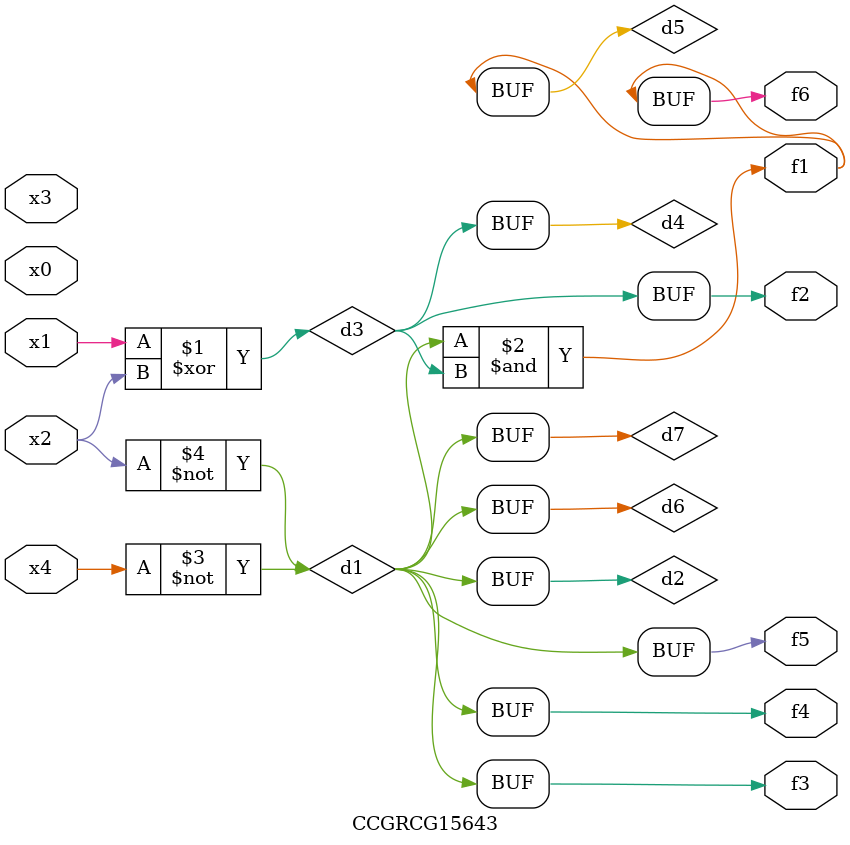
<source format=v>
module CCGRCG15643(
	input x0, x1, x2, x3, x4,
	output f1, f2, f3, f4, f5, f6
);

	wire d1, d2, d3, d4, d5, d6, d7;

	not (d1, x4);
	not (d2, x2);
	xor (d3, x1, x2);
	buf (d4, d3);
	and (d5, d1, d3);
	buf (d6, d1, d2);
	buf (d7, d2);
	assign f1 = d5;
	assign f2 = d4;
	assign f3 = d7;
	assign f4 = d7;
	assign f5 = d7;
	assign f6 = d5;
endmodule

</source>
